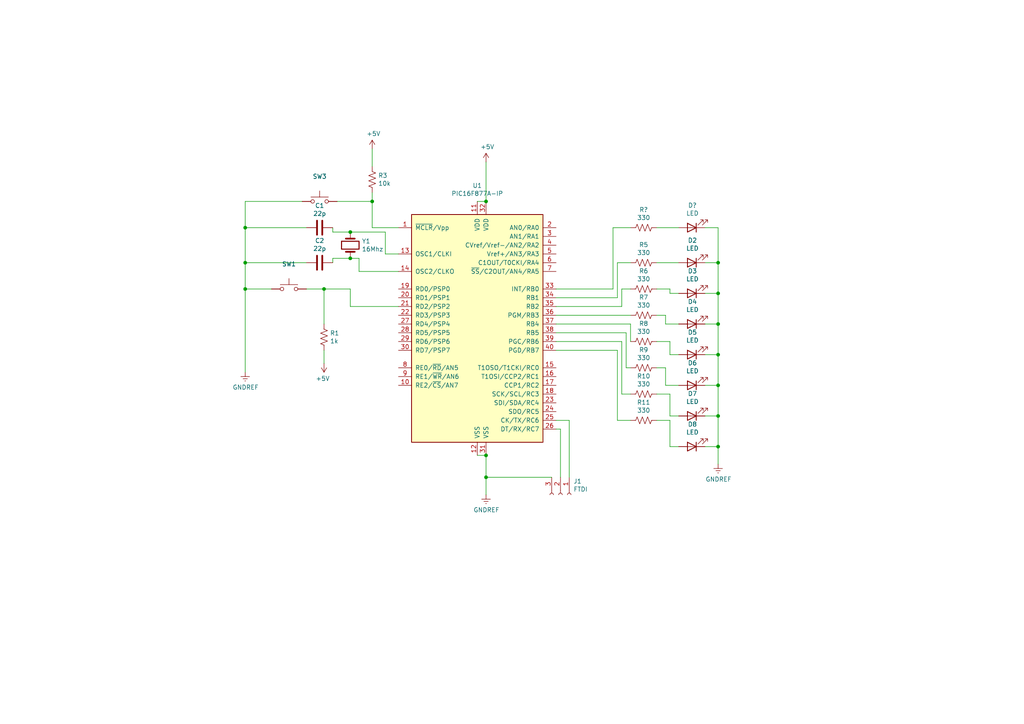
<source format=kicad_sch>
(kicad_sch (version 20211123) (generator eeschema)
  (paper "A4")
  (lib_symbols
    (symbol "Connector:Conn_01x03_Female" (pin_names (offset 1.016) hide)
      (property "Reference" "J" (at 0 5.08 0))
      (property "Value" "Conn_01x03_Female" (at 0 -5.08 0))
      (symbol "Conn_01x03_Female_1_1"
        (arc (start 0 -2.032) (mid -0.508 -2.54) (end 0 -3.048) (stroke (width 0.1524)))
        (polyline (pts (xy -1.27 -2.54) (xy -0.508 -2.54)) (stroke (width 0.1524)))
        (polyline (pts (xy -1.27 0) (xy -0.508 0)) (stroke (width 0.1524)))
        (polyline (pts (xy -1.27 2.54) (xy -0.508 2.54)) (stroke (width 0.1524)))
        (arc (start 0 0.508) (mid -0.508 0) (end 0 -0.508) (stroke (width 0.1524)))
        (arc (start 0 3.048) (mid -0.508 2.54) (end 0 2.032) (stroke (width 0.1524)))
        (pin passive line (at -5.08 2.54 0) (length 3.81) (name "Pin_1") (number "1"))
        (pin passive line (at -5.08 0 0) (length 3.81) (name "Pin_2") (number "2"))
        (pin passive line (at -5.08 -2.54 0) (length 3.81) (name "Pin_3") (number "3"))
      )
    )
    (symbol "Device:C" (pin_numbers hide) (pin_names (offset 0.254))
      (property "Reference" "C" (at 0.635 2.54 0))
      (property "Value" "C" (at 0.635 -2.54 0))
      (symbol "C_0_1"
        (polyline (pts (xy -2.032 -0.762) (xy 2.032 -0.762)) (stroke (width 0.508)))
        (polyline (pts (xy -2.032 0.762) (xy 2.032 0.762)) (stroke (width 0.508)))
      )
      (symbol "C_1_1"
        (pin passive line (at 0 3.81 270) (length 2.794) (name "~") (number "1"))
        (pin passive line (at 0 -3.81 90) (length 2.794) (name "~") (number "2"))
      )
    )
    (symbol "Device:Crystal" (pin_numbers hide) (pin_names (offset 1.016) hide)
      (property "Reference" "Y" (at 0 3.81 0))
      (property "Value" "Crystal" (at 0 -3.81 0))
      (symbol "Crystal_0_1"
        (rectangle (start -1.143 2.54) (end 1.143 -2.54) (stroke (width 0.3048)))
        (polyline (pts (xy -2.54 0) (xy -1.905 0)))
        (polyline (pts (xy -1.905 -1.27) (xy -1.905 1.27)) (stroke (width 0.508)))
        (polyline (pts (xy 1.905 -1.27) (xy 1.905 1.27)) (stroke (width 0.508)))
        (polyline (pts (xy 2.54 0) (xy 1.905 0)))
      )
      (symbol "Crystal_1_1"
        (pin passive line (at -3.81 0 0) (length 1.27) (name "1") (number "1"))
        (pin passive line (at 3.81 0 180) (length 1.27) (name "2") (number "2"))
      )
    )
    (symbol "Device:LED" (pin_numbers hide) (pin_names (offset 1.016) hide)
      (property "Reference" "D" (at 0 2.54 0))
      (property "Value" "LED" (at 0 -2.54 0))
      (symbol "LED_0_1"
        (polyline (pts (xy -1.27 -1.27) (xy -1.27 1.27)) (stroke (width 0.254)))
        (polyline (pts (xy -1.27 0) (xy 1.27 0)))
        (polyline (pts (xy 1.27 -1.27) (xy 1.27 1.27) (xy -1.27 0) (xy 1.27 -1.27)) (stroke (width 0.254)))
        (polyline (pts (xy -3.048 -0.762) (xy -4.572 -2.286) (xy -3.81 -2.286) (xy -4.572 -2.286) (xy -4.572 -1.524)))
        (polyline (pts (xy -1.778 -0.762) (xy -3.302 -2.286) (xy -2.54 -2.286) (xy -3.302 -2.286) (xy -3.302 -1.524)))
      )
      (symbol "LED_1_1"
        (pin passive line (at -3.81 0 0) (length 2.54) (name "K") (number "1"))
        (pin passive line (at 3.81 0 180) (length 2.54) (name "A") (number "2"))
      )
    )
    (symbol "Device:R_US" (pin_numbers hide) (pin_names (offset 0))
      (property "Reference" "R" (at 2.54 0 90))
      (property "Value" "R_US" (at -2.54 0 90))
      (symbol "R_US_0_1"
        (polyline (pts (xy 0 -2.286) (xy 0 -2.54)))
        (polyline (pts (xy 0 2.286) (xy 0 2.54)))
        (polyline (pts (xy 0 -0.762) (xy 1.016 -1.143) (xy 0 -1.524) (xy -1.016 -1.905) (xy 0 -2.286)))
        (polyline (pts (xy 0 0.762) (xy 1.016 0.381) (xy 0 0) (xy -1.016 -0.381) (xy 0 -0.762)))
        (polyline (pts (xy 0 2.286) (xy 1.016 1.905) (xy 0 1.524) (xy -1.016 1.143) (xy 0 0.762)))
      )
      (symbol "R_US_1_1"
        (pin passive line (at 0 3.81 270) (length 1.27) (name "~") (number "1"))
        (pin passive line (at 0 -3.81 90) (length 1.27) (name "~") (number "2"))
      )
    )
    (symbol "MCU_Microchip_PIC16:PIC16F877A-IP" (pin_names (offset 1.016))
      (property "Reference" "U" (at 5.08 35.56 0))
      (property "Value" "PIC16F877A-IP" (at 5.08 33.02 0))
      (symbol "PIC16F877A-IP_0_1"
        (rectangle (start -19.05 31.75) (end 19.05 -34.29) (stroke (width 0.254)) (fill (type background)))
      )
      (symbol "PIC16F877A-IP_1_1"
        (pin input line (at -22.86 27.94 0) (length 3.81) (name "~{MCLR}/Vpp") (number "1"))
        (pin bidirectional line (at -22.86 -17.78 0) (length 3.81) (name "RE2/~{CS}/AN7") (number "10"))
        (pin power_in line (at 0 35.56 270) (length 3.81) (name "VDD") (number "11"))
        (pin power_in line (at 0 -38.1 90) (length 3.81) (name "VSS") (number "12"))
        (pin input line (at -22.86 20.32 0) (length 3.81) (name "OSC1/CLKI") (number "13"))
        (pin output line (at -22.86 15.24 0) (length 3.81) (name "OSC2/CLKO") (number "14"))
        (pin bidirectional line (at 22.86 -12.7 180) (length 3.81) (name "T1OSO/T1CKI/RC0") (number "15"))
        (pin bidirectional line (at 22.86 -15.24 180) (length 3.81) (name "T1OSI/CCP2/RC1") (number "16"))
        (pin bidirectional line (at 22.86 -17.78 180) (length 3.81) (name "CCP1/RC2") (number "17"))
        (pin bidirectional line (at 22.86 -20.32 180) (length 3.81) (name "SCK/SCL/RC3") (number "18"))
        (pin bidirectional line (at -22.86 10.16 0) (length 3.81) (name "RD0/PSP0") (number "19"))
        (pin bidirectional line (at 22.86 27.94 180) (length 3.81) (name "AN0/RA0") (number "2"))
        (pin bidirectional line (at -22.86 7.62 0) (length 3.81) (name "RD1/PSP1") (number "20"))
        (pin bidirectional line (at -22.86 5.08 0) (length 3.81) (name "RD2/PSP2") (number "21"))
        (pin bidirectional line (at -22.86 2.54 0) (length 3.81) (name "RD3/PSP3") (number "22"))
        (pin bidirectional line (at 22.86 -22.86 180) (length 3.81) (name "SDI/SDA/RC4") (number "23"))
        (pin bidirectional line (at 22.86 -25.4 180) (length 3.81) (name "SDO/RC5") (number "24"))
        (pin bidirectional line (at 22.86 -27.94 180) (length 3.81) (name "CK/TX/RC6") (number "25"))
        (pin bidirectional line (at 22.86 -30.48 180) (length 3.81) (name "DT/RX/RC7") (number "26"))
        (pin bidirectional line (at -22.86 0 0) (length 3.81) (name "RD4/PSP4") (number "27"))
        (pin bidirectional line (at -22.86 -2.54 0) (length 3.81) (name "RD5/PSP5") (number "28"))
        (pin bidirectional line (at -22.86 -5.08 0) (length 3.81) (name "RD6/PSP6") (number "29"))
        (pin bidirectional line (at 22.86 25.4 180) (length 3.81) (name "AN1/RA1") (number "3"))
        (pin bidirectional line (at -22.86 -7.62 0) (length 3.81) (name "RD7/PSP7") (number "30"))
        (pin power_in line (at 2.54 -38.1 90) (length 3.81) (name "VSS") (number "31"))
        (pin power_in line (at 2.54 35.56 270) (length 3.81) (name "VDD") (number "32"))
        (pin bidirectional line (at 22.86 10.16 180) (length 3.81) (name "INT/RB0") (number "33"))
        (pin bidirectional line (at 22.86 7.62 180) (length 3.81) (name "RB1") (number "34"))
        (pin bidirectional line (at 22.86 5.08 180) (length 3.81) (name "RB2") (number "35"))
        (pin bidirectional line (at 22.86 2.54 180) (length 3.81) (name "PGM/RB3") (number "36"))
        (pin bidirectional line (at 22.86 0 180) (length 3.81) (name "RB4") (number "37"))
        (pin bidirectional line (at 22.86 -2.54 180) (length 3.81) (name "RB5") (number "38"))
        (pin bidirectional line (at 22.86 -5.08 180) (length 3.81) (name "PGC/RB6") (number "39"))
        (pin bidirectional line (at 22.86 22.86 180) (length 3.81) (name "CVref/Vref-/AN2/RA2") (number "4"))
        (pin bidirectional line (at 22.86 -7.62 180) (length 3.81) (name "PGD/RB7") (number "40"))
        (pin bidirectional line (at 22.86 20.32 180) (length 3.81) (name "Vref+/AN3/RA3") (number "5"))
        (pin bidirectional line (at 22.86 17.78 180) (length 3.81) (name "C1OUT/T0CKI/RA4") (number "6"))
        (pin bidirectional line (at 22.86 15.24 180) (length 3.81) (name "~{SS}/C2OUT/AN4/RA5") (number "7"))
        (pin bidirectional line (at -22.86 -12.7 0) (length 3.81) (name "RE0/~{RD}/AN5") (number "8"))
        (pin bidirectional line (at -22.86 -15.24 0) (length 3.81) (name "RE1/~{WR}/AN6") (number "9"))
      )
    )
    (symbol "Switch:SW_MEC_5G" (pin_numbers hide) (pin_names (offset 1.016) hide)
      (property "Reference" "SW" (at 1.27 2.54 0))
      (property "Value" "SW_MEC_5G" (at 0 -1.524 0))
      (symbol "SW_MEC_5G_0_1"
        (circle (center -2.032 0) (radius 0.508))
        (polyline (pts (xy 0 1.27) (xy 0 3.048)))
        (polyline (pts (xy 2.54 1.27) (xy -2.54 1.27)))
        (circle (center 2.032 0) (radius 0.508))
        (pin passive line (at -5.08 0 0) (length 2.54) (name "A") (number "1"))
        (pin passive line (at 5.08 0 180) (length 2.54) (name "B") (number "3"))
      )
      (symbol "SW_MEC_5G_1_1"
        (pin passive line (at -5.08 0 0) (length 2.54) hide (name "A") (number "2"))
        (pin passive line (at 5.08 0 180) (length 2.54) hide (name "B") (number "4"))
      )
    )
    (symbol "power:+5V" (power) (pin_names (offset 0))
      (property "Value" "+5V" (at 0 3.556 0))
      (symbol "+5V_0_1"
        (polyline (pts (xy -0.762 1.27) (xy 0 2.54)))
        (polyline (pts (xy 0 0) (xy 0 2.54)))
        (polyline (pts (xy 0 2.54) (xy 0.762 1.27)))
      )
      (symbol "+5V_1_1"
        (pin power_in line (at 0 0 90) (length 0) hide (name "+5V") (number "1"))
      )
    )
    (symbol "power:GNDREF" (power) (pin_names (offset 0))
      (property "Value" "GNDREF" (at 0 -3.81 0))
      (symbol "GNDREF_0_1"
        (polyline (pts (xy -0.635 -1.905) (xy 0.635 -1.905)))
        (polyline (pts (xy -0.127 -2.54) (xy 0.127 -2.54)))
        (polyline (pts (xy 0 -1.27) (xy 0 0)))
        (polyline (pts (xy 1.27 -1.27) (xy -1.27 -1.27)))
      )
      (symbol "GNDREF_1_1"
        (pin power_in line (at 0 0 270) (length 0) hide (name "GNDREF") (number "1"))
      )
    )
  )
  (junction (at 208.28 102.87))
  (junction (at 101.6 67.31))
  (junction (at 208.28 120.65))
  (junction (at 208.28 129.54))
  (junction (at 107.95 58.42))
  (junction (at 140.97 132.08))
  (junction (at 101.6 74.93))
  (junction (at 71.12 83.82))
  (junction (at 208.28 85.09))
  (junction (at 140.97 138.43))
  (junction (at 93.98 83.82))
  (junction (at 140.97 58.42))
  (junction (at 208.28 76.2))
  (junction (at 208.28 111.76))
  (junction (at 208.28 93.98))
  (junction (at 71.12 76.2))
  (junction (at 71.12 66.04))
  (wire (pts (xy 181.61 106.68) (xy 182.88 106.68)))
  (wire (pts (xy 160.02 138.43) (xy 140.97 138.43)))
  (wire (pts (xy 93.98 83.82) (xy 101.6 83.82)))
  (wire (pts (xy 161.29 96.52) (xy 181.61 96.52)))
  (wire (pts (xy 179.07 101.6) (xy 179.07 121.92)))
  (wire (pts (xy 115.57 73.66) (xy 111.76 73.66)))
  (wire (pts (xy 104.14 74.93) (xy 101.6 74.93)))
  (wire (pts (xy 101.6 83.82) (xy 101.6 88.9)))
  (wire (pts (xy 161.29 91.44) (xy 182.88 91.44)))
  (wire (pts (xy 177.8 66.04) (xy 182.88 66.04)))
  (wire (pts (xy 193.04 93.98) (xy 196.85 93.98)))
  (wire (pts (xy 107.95 55.88) (xy 107.95 58.42)))
  (wire (pts (xy 190.5 66.04) (xy 196.85 66.04)))
  (wire (pts (xy 165.1 121.92) (xy 165.1 138.43)))
  (wire (pts (xy 179.07 76.2) (xy 182.88 76.2)))
  (wire (pts (xy 179.07 86.36) (xy 179.07 76.2)))
  (wire (pts (xy 208.28 111.76) (xy 208.28 120.65)))
  (wire (pts (xy 111.76 73.66) (xy 111.76 67.31)))
  (wire (pts (xy 71.12 66.04) (xy 71.12 76.2)))
  (wire (pts (xy 88.9 66.04) (xy 71.12 66.04)))
  (wire (pts (xy 182.88 93.98) (xy 182.88 99.06)))
  (wire (pts (xy 208.28 129.54) (xy 208.28 134.62)))
  (wire (pts (xy 194.31 83.82) (xy 194.31 85.09)))
  (wire (pts (xy 88.9 83.82) (xy 93.98 83.82)))
  (wire (pts (xy 104.14 78.74) (xy 104.14 74.93)))
  (wire (pts (xy 138.43 132.08) (xy 140.97 132.08)))
  (wire (pts (xy 204.47 120.65) (xy 208.28 120.65)))
  (wire (pts (xy 107.95 58.42) (xy 107.95 66.04)))
  (wire (pts (xy 161.29 86.36) (xy 179.07 86.36)))
  (wire (pts (xy 96.52 67.31) (xy 96.52 66.04)))
  (wire (pts (xy 204.47 76.2) (xy 208.28 76.2)))
  (wire (pts (xy 179.07 121.92) (xy 182.88 121.92)))
  (wire (pts (xy 162.56 124.46) (xy 161.29 124.46)))
  (wire (pts (xy 180.34 114.3) (xy 182.88 114.3)))
  (wire (pts (xy 204.47 111.76) (xy 208.28 111.76)))
  (wire (pts (xy 71.12 83.82) (xy 71.12 107.95)))
  (wire (pts (xy 140.97 138.43) (xy 140.97 143.51)))
  (wire (pts (xy 138.43 58.42) (xy 140.97 58.42)))
  (wire (pts (xy 208.28 102.87) (xy 208.28 111.76)))
  (wire (pts (xy 107.95 43.18) (xy 107.95 48.26)))
  (wire (pts (xy 161.29 88.9) (xy 180.34 88.9)))
  (wire (pts (xy 87.63 58.42) (xy 71.12 58.42)))
  (wire (pts (xy 93.98 93.98) (xy 93.98 83.82)))
  (wire (pts (xy 190.5 121.92) (xy 194.31 121.92)))
  (wire (pts (xy 190.5 76.2) (xy 196.85 76.2)))
  (wire (pts (xy 204.47 102.87) (xy 208.28 102.87)))
  (wire (pts (xy 115.57 78.74) (xy 104.14 78.74)))
  (wire (pts (xy 204.47 93.98) (xy 208.28 93.98)))
  (wire (pts (xy 194.31 85.09) (xy 196.85 85.09)))
  (wire (pts (xy 180.34 88.9) (xy 180.34 83.82)))
  (wire (pts (xy 194.31 102.87) (xy 196.85 102.87)))
  (wire (pts (xy 190.5 99.06) (xy 194.31 99.06)))
  (wire (pts (xy 194.31 120.65) (xy 196.85 120.65)))
  (wire (pts (xy 101.6 67.31) (xy 96.52 67.31)))
  (wire (pts (xy 177.8 83.82) (xy 177.8 66.04)))
  (wire (pts (xy 208.28 85.09) (xy 208.28 93.98)))
  (wire (pts (xy 101.6 74.93) (xy 96.52 74.93)))
  (wire (pts (xy 190.5 91.44) (xy 193.04 91.44)))
  (wire (pts (xy 204.47 85.09) (xy 208.28 85.09)))
  (wire (pts (xy 88.9 76.2) (xy 71.12 76.2)))
  (wire (pts (xy 107.95 66.04) (xy 115.57 66.04)))
  (wire (pts (xy 161.29 101.6) (xy 179.07 101.6)))
  (wire (pts (xy 190.5 106.68) (xy 193.04 106.68)))
  (wire (pts (xy 181.61 96.52) (xy 181.61 106.68)))
  (wire (pts (xy 180.34 83.82) (xy 182.88 83.82)))
  (wire (pts (xy 190.5 83.82) (xy 194.31 83.82)))
  (wire (pts (xy 140.97 132.08) (xy 140.97 138.43)))
  (wire (pts (xy 161.29 121.92) (xy 165.1 121.92)))
  (wire (pts (xy 140.97 46.99) (xy 140.97 58.42)))
  (wire (pts (xy 204.47 129.54) (xy 208.28 129.54)))
  (wire (pts (xy 161.29 99.06) (xy 180.34 99.06)))
  (wire (pts (xy 97.79 58.42) (xy 107.95 58.42)))
  (wire (pts (xy 194.31 114.3) (xy 194.31 120.65)))
  (wire (pts (xy 208.28 66.04) (xy 208.28 76.2)))
  (wire (pts (xy 71.12 83.82) (xy 78.74 83.82)))
  (wire (pts (xy 161.29 83.82) (xy 177.8 83.82)))
  (wire (pts (xy 71.12 76.2) (xy 71.12 83.82)))
  (wire (pts (xy 194.31 129.54) (xy 196.85 129.54)))
  (wire (pts (xy 194.31 99.06) (xy 194.31 102.87)))
  (wire (pts (xy 96.52 74.93) (xy 96.52 76.2)))
  (wire (pts (xy 194.31 121.92) (xy 194.31 129.54)))
  (wire (pts (xy 93.98 101.6) (xy 93.98 105.41)))
  (wire (pts (xy 204.47 66.04) (xy 208.28 66.04)))
  (wire (pts (xy 71.12 58.42) (xy 71.12 66.04)))
  (wire (pts (xy 190.5 114.3) (xy 194.31 114.3)))
  (wire (pts (xy 111.76 67.31) (xy 101.6 67.31)))
  (wire (pts (xy 208.28 93.98) (xy 208.28 102.87)))
  (wire (pts (xy 193.04 91.44) (xy 193.04 93.98)))
  (wire (pts (xy 101.6 88.9) (xy 115.57 88.9)))
  (wire (pts (xy 193.04 106.68) (xy 193.04 111.76)))
  (wire (pts (xy 193.04 111.76) (xy 196.85 111.76)))
  (wire (pts (xy 208.28 76.2) (xy 208.28 85.09)))
  (wire (pts (xy 162.56 138.43) (xy 162.56 124.46)))
  (wire (pts (xy 161.29 93.98) (xy 182.88 93.98)))
  (wire (pts (xy 180.34 99.06) (xy 180.34 114.3)))
  (wire (pts (xy 208.28 120.65) (xy 208.28 129.54)))
  (symbol (lib_id "MCU_Microchip_PIC16:PIC16F877A-IP") (at 138.43 93.98 0) (unit 1)
    (property "Reference" "U1" (at 138.43 53.8226 0))
    (property "Value" "PIC16F877A-IP" (at 138.43 56.134 0))
    (property "Datasheet" "http://ww1.microchip.com/downloads/en/DeviceDoc/39582b.pdf" (effects hide))
  )
  (symbol (lib_id "Device:R_US") (at 107.95 52.07 0) (unit 1)
    (property "Reference" "R3" (at 109.6772 50.9016 0) (effects (justify left)))
    (property "Value" "10k" (at 109.6772 53.213 0) (effects (justify left)))
  )
  (symbol (lib_id "power:GNDREF") (at 208.28 134.62 0) (unit 1)
    (property "Reference" "#PWR06" (effects hide))
    (property "Value" "GNDREF" (at 208.407 139.0142 0))
  )
  (symbol (lib_id "Switch:SW_MEC_5G") (at 92.71 58.42 0) (unit 1)
    (property "Reference" "SW3" (at 92.71 51.181 0))
    (property "Value" "SW_MEC_5G" (effects hide))
    (property "Datasheet" "http://www.apem.com/int/index.php?controller=attachment&id_attachment=488" (effects hide))
  )
  (symbol (lib_id "Switch:SW_MEC_5G") (at 83.82 83.82 0) (unit 1)
    (property "Reference" "SW1" (at 83.82 76.581 0))
    (property "Value" "SW_MEC_5G" (effects hide))
    (property "Datasheet" "http://www.apem.com/int/index.php?controller=attachment&id_attachment=488" (effects hide))
  )
  (symbol (lib_id "Device:R_US") (at 186.69 76.2 270) (unit 1)
    (property "Reference" "R5" (at 186.69 70.993 90))
    (property "Value" "330" (at 186.69 73.3044 90))
  )
  (symbol (lib_id "Device:R_US") (at 186.69 83.82 270) (unit 1)
    (property "Reference" "R6" (at 186.69 78.613 90))
    (property "Value" "330" (at 186.69 80.9244 90))
  )
  (symbol (lib_id "Device:R_US") (at 186.69 91.44 270) (unit 1)
    (property "Reference" "R7" (at 186.69 86.233 90))
    (property "Value" "330" (at 186.69 88.5444 90))
  )
  (symbol (lib_id "Device:R_US") (at 186.69 99.06 270) (unit 1)
    (property "Reference" "R8" (at 186.69 93.853 90))
    (property "Value" "330" (at 186.69 96.1644 90))
  )
  (symbol (lib_id "Device:R_US") (at 186.69 106.68 270) (unit 1)
    (property "Reference" "R9" (at 186.69 101.473 90))
    (property "Value" "330" (at 186.69 103.7844 90))
  )
  (symbol (lib_id "Device:R_US") (at 186.69 114.3 270) (unit 1)
    (property "Reference" "R10" (at 186.69 109.093 90))
    (property "Value" "330" (at 186.69 111.4044 90))
  )
  (symbol (lib_id "Device:R_US") (at 186.69 121.92 270) (unit 1)
    (property "Reference" "R11" (at 186.69 116.713 90))
    (property "Value" "330" (at 186.69 119.0244 90))
  )
  (symbol (lib_id "Device:LED") (at 200.66 76.2 180) (unit 1)
    (property "Reference" "D2" (at 200.8378 69.723 0))
    (property "Value" "LED" (at 200.8378 72.0344 0))
  )
  (symbol (lib_id "Device:LED") (at 200.66 85.09 180) (unit 1)
    (property "Reference" "D3" (at 200.8378 78.613 0))
    (property "Value" "LED" (at 200.8378 80.9244 0))
  )
  (symbol (lib_id "Device:LED") (at 200.66 93.98 180) (unit 1)
    (property "Reference" "D4" (at 200.8378 87.503 0))
    (property "Value" "LED" (at 200.8378 89.8144 0))
  )
  (symbol (lib_id "Device:LED") (at 200.66 102.87 180) (unit 1)
    (property "Reference" "D5" (at 200.8378 96.393 0))
    (property "Value" "LED" (at 200.8378 98.7044 0))
  )
  (symbol (lib_id "Device:LED") (at 200.66 111.76 180) (unit 1)
    (property "Reference" "D6" (at 200.8378 105.283 0))
    (property "Value" "LED" (at 200.8378 107.5944 0))
  )
  (symbol (lib_id "Device:LED") (at 200.66 120.65 180) (unit 1)
    (property "Reference" "D7" (at 200.8378 114.173 0))
    (property "Value" "LED" (at 200.8378 116.4844 0))
  )
  (symbol (lib_id "Device:LED") (at 200.66 129.54 180) (unit 1)
    (property "Reference" "D8" (at 200.8378 123.063 0))
    (property "Value" "LED" (at 200.8378 125.3744 0))
  )
  (symbol (lib_id "power:+5V") (at 107.95 43.18 0) (unit 1)
    (property "Reference" "#PWR02" (effects hide))
    (property "Value" "+5V" (at 108.331 38.7858 0))
  )
  (symbol (lib_id "power:+5V") (at 140.97 46.99 0) (unit 1)
    (property "Reference" "#PWR03" (effects hide))
    (property "Value" "+5V" (at 141.351 42.5958 0))
  )
  (symbol (lib_id "power:GNDREF") (at 140.97 143.51 0) (unit 1)
    (property "Reference" "#PWR04" (effects hide))
    (property "Value" "GNDREF" (at 141.097 147.9042 0))
  )
  (symbol (lib_id "power:GNDREF") (at 71.12 107.95 0) (unit 1)
    (property "Reference" "#PWR01" (effects hide))
    (property "Value" "GNDREF" (at 71.247 112.3442 0))
  )
  (symbol (lib_id "Device:R_US") (at 93.98 97.79 0) (unit 1)
    (property "Reference" "R1" (at 95.7072 96.6216 0) (effects (justify left)))
    (property "Value" "1k" (at 95.7072 98.933 0) (effects (justify left)))
  )
  (symbol (lib_id "Device:Crystal") (at 101.6 71.12 270) (unit 1)
    (property "Reference" "Y1" (at 104.9274 69.9516 90) (effects (justify left)))
    (property "Value" "16Mhz" (at 104.9274 72.263 90) (effects (justify left)))
  )
  (symbol (lib_id "Device:C") (at 92.71 66.04 270) (unit 1)
    (property "Reference" "C1" (at 92.71 59.6392 90))
    (property "Value" "22p" (at 92.71 61.9506 90))
  )
  (symbol (lib_id "Device:C") (at 92.71 76.2 270) (unit 1)
    (property "Reference" "C2" (at 92.71 69.7992 90))
    (property "Value" "22p" (at 92.71 72.1106 90))
  )
  (symbol (lib_id "power:+5V") (at 93.98 105.41 180) (unit 1)
    (property "Reference" "#PWR05" (effects hide))
    (property "Value" "+5V" (at 93.599 109.8042 0))
  )
  (symbol (lib_id "Connector:Conn_01x03_Female") (at 162.56 143.51 270) (unit 1)
    (property "Reference" "J1" (at 166.3192 139.5984 90) (effects (justify left)))
    (property "Value" "FTDI" (at 166.3192 141.9098 90) (effects (justify left)))
  )
  (symbol (lib_id "Device:LED") (at 200.66 66.04 180) (unit 1)
    (property "Reference" "D?" (at 200.8378 59.563 0))
    (property "Value" "LED" (at 200.8378 61.8744 0))
  )
  (symbol (lib_id "Device:R_US") (at 186.69 66.04 270) (unit 1)
    (property "Reference" "R?" (at 186.69 60.833 90))
    (property "Value" "330" (at 186.69 63.1444 90))
  )
)
</source>
